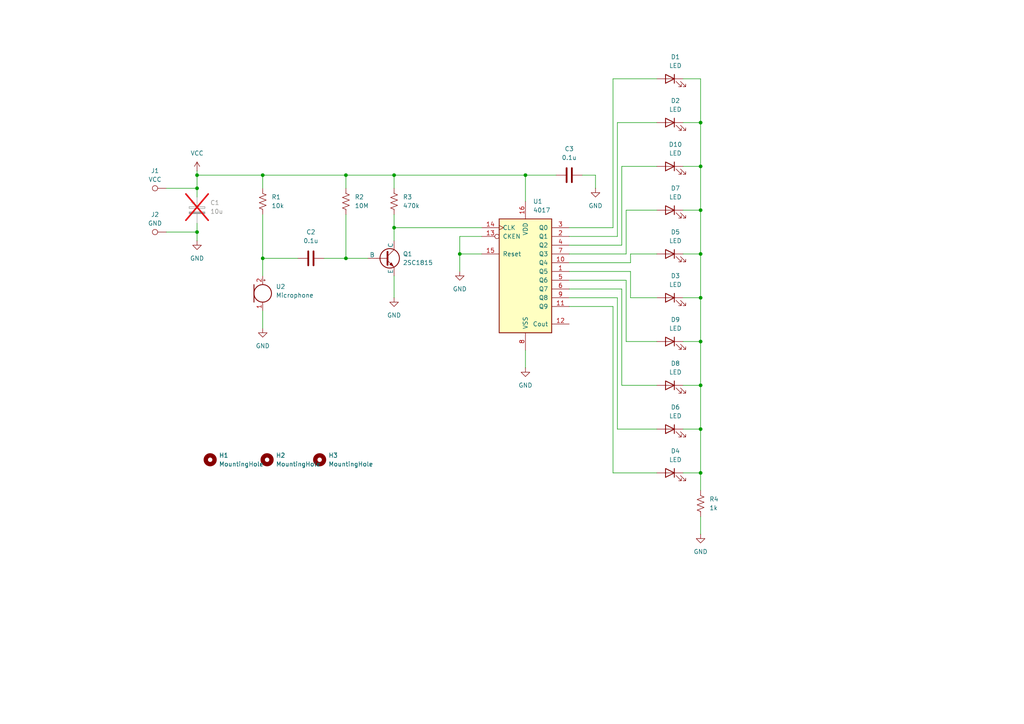
<source format=kicad_sch>
(kicad_sch (version 20231120) (generator "eeschema") (generator_version "8.0")
  (paper "A4")
  (lib_symbols
    (symbol "4xxx:4017" (pin_names (offset 1.016))
      (property "Reference" "U" (at -7.62 16.51 0))
      (property "Value" "4017" (at -7.62 -19.05 0))
      (symbol "4017_1_0"
        (pin output line (at 12.7 0 180) (length 5.08) (name "Q5") (number "1"))
        (pin output line (at 12.7 2.54 180) (length 5.08) (name "Q4") (number "10"))
        (pin output line (at 12.7 -10.16 180) (length 5.08) (name "Q9") (number "11"))
        (pin output line (at 12.7 -15.24 180) (length 5.08) (name "Cout") (number "12"))
        (pin input inverted (at -12.7 10.16 0) (length 5.08) (name "CKEN") (number "13"))
        (pin input clock (at -12.7 12.7 0) (length 5.08) (name "CLK") (number "14"))
        (pin input line (at -12.7 5.08 0) (length 5.08) (name "Reset") (number "15"))
        (pin power_in line (at 0 20.32 270) (length 5.08) (name "VDD") (number "16"))
        (pin output line (at 12.7 10.16 180) (length 5.08) (name "Q1") (number "2"))
        (pin output line (at 12.7 12.7 180) (length 5.08) (name "Q0") (number "3"))
        (pin output line (at 12.7 7.62 180) (length 5.08) (name "Q2") (number "4"))
        (pin output line (at 12.7 -2.54 180) (length 5.08) (name "Q6") (number "5"))
        (pin output line (at 12.7 -5.08 180) (length 5.08) (name "Q7") (number "6"))
        (pin output line (at 12.7 5.08 180) (length 5.08) (name "Q3") (number "7"))
        (pin power_in line (at 0 -22.86 90) (length 5.08) (name "VSS") (number "8"))
        (pin output line (at 12.7 -7.62 180) (length 5.08) (name "Q8") (number "9"))
      )
      (symbol "4017_1_1"
        (rectangle (start -7.62 15.24) (end 7.62 -17.78) (stroke (width 0.254)) (fill (type background)))
      )
    )
    (symbol "Connector:TestPoint" (pin_numbers hide) (pin_names (offset 0.762) hide)
      (property "Reference" "TP" (at 0 6.858 0))
      (property "Value" "TestPoint" (at 0 5.08 0))
      (symbol "TestPoint_0_1"
        (circle (center 0 3.302) (radius 0.762))
      )
      (symbol "TestPoint_1_1"
        (pin passive line (at 0 0 90) (length 2.54) (name "1") (number "1"))
      )
    )
    (symbol "Device:C" (pin_numbers hide) (pin_names (offset 0.254))
      (property "Reference" "C" (at 0.635 2.54 0))
      (property "Value" "C" (at 0.635 -2.54 0))
      (symbol "C_0_1"
        (polyline (pts (xy -2.032 -0.762) (xy 2.032 -0.762)) (stroke (width 0.508)))
        (polyline (pts (xy -2.032 0.762) (xy 2.032 0.762)) (stroke (width 0.508)))
      )
      (symbol "C_1_1"
        (pin passive line (at 0 3.81 270) (length 2.794) (name "~") (number "1"))
        (pin passive line (at 0 -3.81 90) (length 2.794) (name "~") (number "2"))
      )
    )
    (symbol "Device:C_Polarized" (pin_numbers hide) (pin_names (offset 0.254))
      (property "Reference" "C" (at 0.635 2.54 0))
      (property "Value" "C_Polarized" (at 0.635 -2.54 0))
      (symbol "C_Polarized_0_1"
        (rectangle (start -2.286 0.508) (end 2.286 1.016))
        (polyline (pts (xy -1.778 2.286) (xy -0.762 2.286)))
        (polyline (pts (xy -1.27 2.794) (xy -1.27 1.778)))
        (rectangle (start 2.286 -0.508) (end -2.286 -1.016) (fill (type outline)))
      )
      (symbol "C_Polarized_1_1"
        (pin passive line (at 0 3.81 270) (length 2.794) (name "~") (number "1"))
        (pin passive line (at 0 -3.81 90) (length 2.794) (name "~") (number "2"))
      )
    )
    (symbol "Device:LED" (pin_numbers hide) (pin_names (offset 1.016) hide)
      (property "Reference" "D" (at 0 2.54 0))
      (property "Value" "LED" (at 0 -2.54 0))
      (symbol "LED_0_1"
        (polyline (pts (xy -1.27 -1.27) (xy -1.27 1.27)) (stroke (width 0.254)))
        (polyline (pts (xy -1.27 0) (xy 1.27 0)))
        (polyline (pts (xy 1.27 -1.27) (xy 1.27 1.27) (xy -1.27 0) (xy 1.27 -1.27)) (stroke (width 0.254)))
        (polyline (pts (xy -3.048 -0.762) (xy -4.572 -2.286) (xy -3.81 -2.286) (xy -4.572 -2.286) (xy -4.572 -1.524)))
        (polyline (pts (xy -1.778 -0.762) (xy -3.302 -2.286) (xy -2.54 -2.286) (xy -3.302 -2.286) (xy -3.302 -1.524)))
      )
      (symbol "LED_1_1"
        (pin passive line (at -3.81 0 0) (length 2.54) (name "K") (number "1"))
        (pin passive line (at 3.81 0 180) (length 2.54) (name "A") (number "2"))
      )
    )
    (symbol "Device:Microphone" (pin_names (offset 0.0254) hide)
      (property "Reference" "MK" (at -3.81 1.27 0))
      (property "Value" "Microphone" (at -3.81 -0.635 0))
      (symbol "Microphone_0_1"
        (polyline (pts (xy -2.54 2.54) (xy -2.54 -2.54)) (stroke (width 0.254)))
        (polyline (pts (xy 0.254 3.81) (xy 0.762 3.81)))
        (polyline (pts (xy 0.508 4.064) (xy 0.508 3.556)))
        (circle (center 0 0) (radius 2.54) (stroke (width 0.254)))
      )
      (symbol "Microphone_1_1"
        (pin passive line (at 0 -5.08 90) (length 2.54) (name "-") (number "1"))
        (pin passive line (at 0 5.08 270) (length 2.54) (name "+") (number "2"))
      )
    )
    (symbol "Device:R_US" (pin_numbers hide) (pin_names (offset 0))
      (property "Reference" "R" (at 2.54 0 90))
      (property "Value" "R_US" (at -2.54 0 90))
      (symbol "R_US_0_1"
        (polyline (pts (xy 0 -2.286) (xy 0 -2.54)))
        (polyline (pts (xy 0 2.286) (xy 0 2.54)))
        (polyline (pts (xy 0 -0.762) (xy 1.016 -1.143) (xy 0 -1.524) (xy -1.016 -1.905) (xy 0 -2.286)))
        (polyline (pts (xy 0 0.762) (xy 1.016 0.381) (xy 0 0) (xy -1.016 -0.381) (xy 0 -0.762)))
        (polyline (pts (xy 0 2.286) (xy 1.016 1.905) (xy 0 1.524) (xy -1.016 1.143) (xy 0 0.762)))
      )
      (symbol "R_US_1_1"
        (pin passive line (at 0 3.81 270) (length 1.27) (name "~") (number "1"))
        (pin passive line (at 0 -3.81 90) (length 1.27) (name "~") (number "2"))
      )
    )
    (symbol "Mechanical:MountingHole" (pin_names (offset 1.016)) (exclude_from_sim yes) (in_bom no)
      (property "Reference" "H" (at 0 5.08 0))
      (property "Value" "MountingHole" (at 0 3.175 0))
      (symbol "MountingHole_0_1"
        (circle (center 0 0) (radius 1.27) (stroke (width 1.27)))
      )
    )
    (symbol "Simulation_SPICE:NPN" (pin_numbers hide) (pin_names (offset 0))
      (property "Reference" "Q1" (at 5.08 1.2701 0))
      (property "Value" "2SC1815" (at 5.08 -1.2699 0))
      (symbol "NPN_0_1"
        (polyline (pts (xy -2.54 0) (xy 0.635 0)) (stroke (width 0.1524)))
        (polyline (pts (xy 0.635 0.635) (xy 2.54 2.54)))
        (polyline (pts (xy 2.794 -1.27) (xy 2.794 -1.27)) (stroke (width 0.1524)))
        (polyline (pts (xy 2.794 -1.27) (xy 2.794 -1.27)) (stroke (width 0.1524)))
        (polyline (pts (xy 0.635 -0.635) (xy 2.54 -2.54) (xy 2.54 -2.54)))
        (polyline (pts (xy 0.635 1.905) (xy 0.635 -1.905) (xy 0.635 -1.905)) (stroke (width 0.508)))
        (polyline (pts (xy 1.27 -1.778) (xy 1.778 -1.27) (xy 2.286 -2.286) (xy 1.27 -1.778) (xy 1.27 -1.778)) (fill (type outline)))
        (circle (center 1.27 0) (radius 2.8194) (stroke (width 0.254)))
      )
      (symbol "NPN_1_1"
        (pin open_emitter line (at 2.54 -5.08 90) (length 2.54) (name "E") (number "1"))
        (pin open_collector line (at 2.54 5.08 270) (length 2.54) (name "C") (number "2"))
        (pin input line (at -5.08 0 0) (length 2.54) (name "B") (number "3"))
      )
    )
    (symbol "power:GND" (power) (pin_numbers hide) (pin_names (offset 0) hide)
      (property "Value" "GND" (at 0 -3.81 0))
      (symbol "GND_0_1"
        (polyline (pts (xy 0 0) (xy 0 -1.27) (xy 1.27 -1.27) (xy 0 -2.54) (xy -1.27 -1.27) (xy 0 -1.27)))
      )
      (symbol "GND_1_1"
        (pin power_in line (at 0 0 270) (length 0) (name "~") (number "1"))
      )
    )
    (symbol "power:VCC" (power) (pin_numbers hide) (pin_names (offset 0) hide)
      (property "Value" "VCC" (at 0 3.556 0))
      (symbol "VCC_0_1"
        (polyline (pts (xy -0.762 1.27) (xy 0 2.54)))
        (polyline (pts (xy 0 0) (xy 0 2.54)))
        (polyline (pts (xy 0 2.54) (xy 0.762 1.27)))
      )
      (symbol "VCC_1_1"
        (pin power_in line (at 0 0 90) (length 0) (name "~") (number "1"))
      )
    )
  )
  (junction (at 57.15 54.61))
  (junction (at 76.2 74.93))
  (junction (at 203.2 111.76))
  (junction (at 203.2 137.16))
  (junction (at 203.2 73.66))
  (junction (at 203.2 35.56))
  (junction (at 203.2 60.96))
  (junction (at 133.35 73.66))
  (junction (at 114.3 66.04))
  (junction (at 152.4 50.8))
  (junction (at 100.33 74.93))
  (junction (at 203.2 48.26))
  (junction (at 57.15 50.8))
  (junction (at 203.2 99.06))
  (junction (at 203.2 124.46))
  (junction (at 57.15 67.31))
  (junction (at 76.2 50.8))
  (junction (at 100.33 50.8))
  (junction (at 203.2 86.36))
  (junction (at 114.3 50.8))
  (wire (pts (xy 177.8 137.16) (xy 190.5 137.16)))
  (wire (pts (xy 203.2 35.56) (xy 203.2 48.26)))
  (wire (pts (xy 114.3 50.8) (xy 152.4 50.8)))
  (wire (pts (xy 181.61 60.96) (xy 181.61 73.66)))
  (wire (pts (xy 165.1 66.04) (xy 177.8 66.04)))
  (wire (pts (xy 198.12 35.56) (xy 203.2 35.56)))
  (wire (pts (xy 177.8 22.86) (xy 190.5 22.86)))
  (wire (pts (xy 152.4 50.8) (xy 152.4 58.42)))
  (wire (pts (xy 177.8 88.9) (xy 177.8 137.16)))
  (wire (pts (xy 203.2 22.86) (xy 203.2 35.56)))
  (wire (pts (xy 152.4 101.6) (xy 152.4 106.68)))
  (wire (pts (xy 76.2 74.93) (xy 76.2 80.01)))
  (wire (pts (xy 190.5 60.96) (xy 181.61 60.96)))
  (wire (pts (xy 114.3 54.61) (xy 114.3 50.8)))
  (wire (pts (xy 57.15 64.77) (xy 57.15 67.31)))
  (wire (pts (xy 198.12 60.96) (xy 203.2 60.96)))
  (wire (pts (xy 180.34 83.82) (xy 180.34 111.76)))
  (wire (pts (xy 165.1 83.82) (xy 180.34 83.82)))
  (wire (pts (xy 165.1 71.12) (xy 180.34 71.12)))
  (wire (pts (xy 57.15 50.8) (xy 57.15 54.61)))
  (wire (pts (xy 198.12 73.66) (xy 203.2 73.66)))
  (wire (pts (xy 139.7 68.58) (xy 133.35 68.58)))
  (wire (pts (xy 177.8 66.04) (xy 177.8 22.86)))
  (wire (pts (xy 76.2 50.8) (xy 76.2 54.61)))
  (wire (pts (xy 133.35 68.58) (xy 133.35 73.66)))
  (wire (pts (xy 182.88 73.66) (xy 190.5 73.66)))
  (wire (pts (xy 203.2 48.26) (xy 203.2 60.96)))
  (wire (pts (xy 93.98 74.93) (xy 100.33 74.93)))
  (wire (pts (xy 100.33 62.23) (xy 100.33 74.93)))
  (wire (pts (xy 203.2 60.96) (xy 203.2 73.66)))
  (wire (pts (xy 181.61 81.28) (xy 165.1 81.28)))
  (wire (pts (xy 203.2 99.06) (xy 203.2 111.76)))
  (wire (pts (xy 181.61 99.06) (xy 181.61 81.28)))
  (wire (pts (xy 179.07 124.46) (xy 179.07 86.36)))
  (wire (pts (xy 203.2 111.76) (xy 203.2 124.46)))
  (wire (pts (xy 203.2 86.36) (xy 203.2 99.06)))
  (wire (pts (xy 48.26 67.31) (xy 57.15 67.31)))
  (wire (pts (xy 161.29 50.8) (xy 152.4 50.8)))
  (wire (pts (xy 198.12 99.06) (xy 203.2 99.06)))
  (wire (pts (xy 165.1 88.9) (xy 177.8 88.9)))
  (wire (pts (xy 179.07 35.56) (xy 179.07 68.58)))
  (wire (pts (xy 198.12 137.16) (xy 203.2 137.16)))
  (wire (pts (xy 76.2 62.23) (xy 76.2 74.93)))
  (wire (pts (xy 165.1 76.2) (xy 182.88 76.2)))
  (wire (pts (xy 182.88 78.74) (xy 182.88 86.36)))
  (wire (pts (xy 198.12 86.36) (xy 203.2 86.36)))
  (wire (pts (xy 100.33 74.93) (xy 106.68 74.93)))
  (wire (pts (xy 180.34 48.26) (xy 190.5 48.26)))
  (wire (pts (xy 168.91 50.8) (xy 172.72 50.8)))
  (wire (pts (xy 181.61 73.66) (xy 165.1 73.66)))
  (wire (pts (xy 179.07 68.58) (xy 165.1 68.58)))
  (wire (pts (xy 57.15 49.53) (xy 57.15 50.8)))
  (wire (pts (xy 198.12 48.26) (xy 203.2 48.26)))
  (wire (pts (xy 100.33 50.8) (xy 100.33 54.61)))
  (wire (pts (xy 203.2 124.46) (xy 203.2 137.16)))
  (wire (pts (xy 114.3 66.04) (xy 139.7 66.04)))
  (wire (pts (xy 76.2 50.8) (xy 57.15 50.8)))
  (wire (pts (xy 203.2 149.86) (xy 203.2 154.94)))
  (wire (pts (xy 180.34 111.76) (xy 190.5 111.76)))
  (wire (pts (xy 182.88 86.36) (xy 190.5 86.36)))
  (wire (pts (xy 190.5 35.56) (xy 179.07 35.56)))
  (wire (pts (xy 203.2 73.66) (xy 203.2 86.36)))
  (wire (pts (xy 172.72 50.8) (xy 172.72 54.61)))
  (wire (pts (xy 180.34 71.12) (xy 180.34 48.26)))
  (wire (pts (xy 100.33 50.8) (xy 76.2 50.8)))
  (wire (pts (xy 133.35 73.66) (xy 139.7 73.66)))
  (wire (pts (xy 133.35 73.66) (xy 133.35 78.74)))
  (wire (pts (xy 86.36 74.93) (xy 76.2 74.93)))
  (wire (pts (xy 76.2 90.17) (xy 76.2 95.25)))
  (wire (pts (xy 203.2 137.16) (xy 203.2 142.24)))
  (wire (pts (xy 114.3 62.23) (xy 114.3 66.04)))
  (wire (pts (xy 190.5 99.06) (xy 181.61 99.06)))
  (wire (pts (xy 182.88 73.66) (xy 182.88 76.2)))
  (wire (pts (xy 114.3 50.8) (xy 100.33 50.8)))
  (wire (pts (xy 190.5 124.46) (xy 179.07 124.46)))
  (wire (pts (xy 57.15 67.31) (xy 57.15 69.85)))
  (wire (pts (xy 198.12 111.76) (xy 203.2 111.76)))
  (wire (pts (xy 48.26 54.61) (xy 57.15 54.61)))
  (wire (pts (xy 114.3 80.01) (xy 114.3 86.36)))
  (wire (pts (xy 198.12 22.86) (xy 203.2 22.86)))
  (wire (pts (xy 57.15 54.61) (xy 57.15 57.15)))
  (wire (pts (xy 114.3 66.04) (xy 114.3 69.85)))
  (wire (pts (xy 165.1 78.74) (xy 182.88 78.74)))
  (wire (pts (xy 179.07 86.36) (xy 165.1 86.36)))
  (wire (pts (xy 198.12 124.46) (xy 203.2 124.46)))
  (symbol (lib_id "Device:C_Polarized") (at 57.15 60.96 0) (unit 1) (dnp yes)
    (property "Reference" "C1" (at 60.96 58.8009 0) (effects (justify left)))
    (property "Value" "10u" (at 60.96 61.3409 0) (effects (justify left)))
    (property "Footprint" "Library:CP_D5.0mm_L11mm_P2.00mm_horiz" (effects (hide yes)))
    (property "Description" "Polarized capacitor" (effects (hide yes)))
  )
  (symbol (lib_id "Mechanical:MountingHole") (at 92.71 133.35 0) (unit 1) (exclude_from_sim yes) (in_bom no)
    (property "Reference" "H3" (at 95.25 132.0799 0) (effects (justify left)))
    (property "Value" "MountingHole" (at 95.25 134.6199 0) (effects (justify left)))
    (property "Footprint" "MountingHole:MountingHole_2.7mm_M2.5" (effects (hide yes)))
    (property "Description" "Mounting Hole without connection" (effects (hide yes)))
  )
  (symbol (lib_id "Device:LED") (at 194.31 73.66 0) (mirror y) (unit 1)
    (property "Reference" "D5" (at 195.8975 67.31 0))
    (property "Value" "LED" (at 195.8975 69.85 0))
    (property "Footprint" "Library:LED_D5.0mm_RS" (effects (hide yes)))
    (property "Description" "Light emitting diode" (effects (hide yes)))
  )
  (symbol (lib_id "Mechanical:MountingHole") (at 60.96 133.35 0) (unit 1) (exclude_from_sim yes) (in_bom no)
    (property "Reference" "H1" (at 63.5 132.0799 0) (effects (justify left)))
    (property "Value" "MountingHole" (at 63.5 134.6199 0) (effects (justify left)))
    (property "Footprint" "MountingHole:MountingHole_2.7mm_M2.5" (effects (hide yes)))
    (property "Description" "Mounting Hole without connection" (effects (hide yes)))
  )
  (symbol (lib_id "Device:LED") (at 194.31 99.06 0) (mirror y) (unit 1)
    (property "Reference" "D9" (at 195.8975 92.71 0))
    (property "Value" "LED" (at 195.8975 95.25 0))
    (property "Footprint" "Library:LED_D5.0mm_RS" (effects (hide yes)))
    (property "Description" "Light emitting diode" (effects (hide yes)))
  )
  (symbol (lib_id "Simulation_SPICE:NPN") (at 111.76 74.93 0) (unit 1)
    (property "Reference" "Q1" (at 116.84 73.6599 0) (effects (justify left)))
    (property "Value" "2SC1815" (at 116.84 76.1999 0) (effects (justify left)))
    (property "Footprint" "Library:TO-92L_Inline_round" (effects (hide yes)))
    (property "Description" "Bipolar transistor symbol for simulation only, substrate tied to the emitter" (effects (hide yes)))
    (property "Sim.Device" "NPN" (effects (hide yes)))
    (property "Sim.Type" "GUMMELPOON" (effects (hide yes)))
    (property "Sim.Pins" "1=C 2=B 3=E" (effects (hide yes)))
  )
  (symbol (lib_id "Device:Microphone") (at 76.2 85.09 0) (unit 1)
    (property "Reference" "U2" (at 80.01 83.1214 0) (effects (justify left)))
    (property "Value" "Microphone" (at 80.01 85.6614 0) (effects (justify left)))
    (property "Footprint" "Library:ECM-D9.7_P2.5" (effects (hide yes)))
    (property "Description" "Microphone" (effects (hide yes)))
  )
  (symbol (lib_id "power:VCC") (at 57.15 49.53 0) (unit 1)
    (property "Reference" "#PWR08" (effects (hide yes)))
    (property "Value" "VCC" (at 57.15 44.45 0))
    (property "Description" "Power symbol creates a global label with name \"VCC\"" (effects (hide yes)))
  )
  (symbol (lib_id "power:GND") (at 203.2 154.94 0) (unit 1)
    (property "Reference" "#PWR01" (effects (hide yes)))
    (property "Value" "GND" (at 203.2 160.02 0))
    (property "Description" "Power symbol creates a global label with name \"GND\" , ground" (effects (hide yes)))
  )
  (symbol (lib_id "power:GND") (at 172.72 54.61 0) (unit 1)
    (property "Reference" "#PWR07" (effects (hide yes)))
    (property "Value" "GND" (at 172.72 59.69 0))
    (property "Description" "Power symbol creates a global label with name \"GND\" , ground" (effects (hide yes)))
  )
  (symbol (lib_id "Device:LED") (at 194.31 48.26 0) (mirror y) (unit 1)
    (property "Reference" "D10" (at 195.8975 41.91 0))
    (property "Value" "LED" (at 195.8975 44.45 0))
    (property "Footprint" "Library:LED_D5.0mm_RS" (effects (hide yes)))
    (property "Description" "Light emitting diode" (effects (hide yes)))
  )
  (symbol (lib_id "power:GND") (at 114.3 86.36 0) (unit 1)
    (property "Reference" "#PWR04" (effects (hide yes)))
    (property "Value" "GND" (at 114.3 91.44 0))
    (property "Description" "Power symbol creates a global label with name \"GND\" , ground" (effects (hide yes)))
  )
  (symbol (lib_id "Device:LED") (at 194.31 86.36 0) (mirror y) (unit 1)
    (property "Reference" "D3" (at 195.8975 80.01 0))
    (property "Value" "LED" (at 195.8975 82.55 0))
    (property "Footprint" "Library:LED_D5.0mm_RS" (effects (hide yes)))
    (property "Description" "Light emitting diode" (effects (hide yes)))
  )
  (symbol (lib_id "Device:LED") (at 194.31 111.76 0) (mirror y) (unit 1)
    (property "Reference" "D8" (at 195.8975 105.41 0))
    (property "Value" "LED" (at 195.8975 107.95 0))
    (property "Footprint" "Library:LED_D5.0mm_RS" (effects (hide yes)))
    (property "Description" "Light emitting diode" (effects (hide yes)))
  )
  (symbol (lib_id "Mechanical:MountingHole") (at 77.47 133.35 0) (unit 1) (exclude_from_sim yes) (in_bom no)
    (property "Reference" "H2" (at 80.01 132.0799 0) (effects (justify left)))
    (property "Value" "MountingHole" (at 80.01 134.6199 0) (effects (justify left)))
    (property "Footprint" "MountingHole:MountingHole_2.7mm_M2.5" (effects (hide yes)))
    (property "Description" "Mounting Hole without connection" (effects (hide yes)))
  )
  (symbol (lib_id "Connector:TestPoint") (at 48.26 54.61 90) (unit 1)
    (property "Reference" "J1" (at 44.958 49.53 90))
    (property "Value" "VCC" (at 44.958 52.07 90))
    (property "Footprint" "TestPoint:TestPoint_Loop_D1.80mm_Drill1.0mm_Beaded" (effects (hide yes)))
    (property "Description" "test point" (effects (hide yes)))
  )
  (symbol (lib_id "4xxx:4017") (at 152.4 78.74 0) (unit 1)
    (property "Reference" "U1" (at 154.5941 58.42 0) (effects (justify left)))
    (property "Value" "4017" (at 154.5941 60.96 0) (effects (justify left)))
    (property "Footprint" "Package_DIP:DIP-16_W7.62mm_Socket_LongPads" (effects (hide yes)))
    (property "Description" "Johnson Counter ( 10 outputs )" (effects (hide yes)))
  )
  (symbol (lib_id "Device:LED") (at 194.31 22.86 0) (mirror y) (unit 1)
    (property "Reference" "D1" (at 195.8975 16.51 0))
    (property "Value" "LED" (at 195.8975 19.05 0))
    (property "Footprint" "Library:LED_D5.0mm_RS" (effects (hide yes)))
    (property "Description" "Light emitting diode" (effects (hide yes)))
  )
  (symbol (lib_id "power:GND") (at 57.15 69.85 0) (unit 1)
    (property "Reference" "#PWR06" (effects (hide yes)))
    (property "Value" "GND" (at 57.15 74.93 0))
    (property "Description" "Power symbol creates a global label with name \"GND\" , ground" (effects (hide yes)))
  )
  (symbol (lib_id "power:GND") (at 152.4 106.68 0) (unit 1)
    (property "Reference" "#PWR02" (effects (hide yes)))
    (property "Value" "GND" (at 152.4 111.76 0))
    (property "Description" "Power symbol creates a global label with name \"GND\" , ground" (effects (hide yes)))
  )
  (symbol (lib_id "Device:LED") (at 194.31 35.56 0) (mirror y) (unit 1)
    (property "Reference" "D2" (at 195.8975 29.21 0))
    (property "Value" "LED" (at 195.8975 31.75 0))
    (property "Footprint" "Library:LED_D5.0mm_RS" (effects (hide yes)))
    (property "Description" "Light emitting diode" (effects (hide yes)))
  )
  (symbol (lib_id "Device:C") (at 165.1 50.8 90) (unit 1)
    (property "Reference" "C3" (at 165.1 43.18 90))
    (property "Value" "0.1u" (at 165.1 45.72 90))
    (property "Footprint" "Capacitor_THT:C_Disc_D4.3mm_W1.9mm_P5.00mm" (effects (hide yes)))
    (property "Description" "Unpolarized capacitor" (effects (hide yes)))
  )
  (symbol (lib_id "power:GND") (at 133.35 78.74 0) (unit 1)
    (property "Reference" "#PWR03" (effects (hide yes)))
    (property "Value" "GND" (at 133.35 83.82 0))
    (property "Description" "Power symbol creates a global label with name \"GND\" , ground" (effects (hide yes)))
  )
  (symbol (lib_id "Device:LED") (at 194.31 124.46 0) (mirror y) (unit 1)
    (property "Reference" "D6" (at 195.8975 118.11 0))
    (property "Value" "LED" (at 195.8975 120.65 0))
    (property "Footprint" "Library:LED_D5.0mm_RS" (effects (hide yes)))
    (property "Description" "Light emitting diode" (effects (hide yes)))
  )
  (symbol (lib_id "power:GND") (at 76.2 95.25 0) (unit 1)
    (property "Reference" "#PWR05" (effects (hide yes)))
    (property "Value" "GND" (at 76.2 100.33 0))
    (property "Description" "Power symbol creates a global label with name \"GND\" , ground" (effects (hide yes)))
  )
  (symbol (lib_id "Device:LED") (at 194.31 60.96 0) (mirror y) (unit 1)
    (property "Reference" "D7" (at 195.8975 54.61 0))
    (property "Value" "LED" (at 195.8975 57.15 0))
    (property "Footprint" "Library:LED_D5.0mm_RS" (effects (hide yes)))
    (property "Description" "Light emitting diode" (effects (hide yes)))
  )
  (symbol (lib_id "Connector:TestPoint") (at 48.26 67.31 90) (unit 1)
    (property "Reference" "J2" (at 44.958 62.23 90))
    (property "Value" "GND" (at 44.958 64.77 90))
    (property "Footprint" "TestPoint:TestPoint_Loop_D1.80mm_Drill1.0mm_Beaded" (effects (hide yes)))
    (property "Description" "test point" (effects (hide yes)))
  )
  (symbol (lib_id "Device:R_US") (at 76.2 58.42 0) (unit 1)
    (property "Reference" "R1" (at 78.74 57.1499 0) (effects (justify left)))
    (property "Value" "10k" (at 78.74 59.6899 0) (effects (justify left)))
    (property "Footprint" "Resistor_THT:R_Axial_DIN0204_L3.6mm_D1.6mm_P7.62mm_Horizontal" (effects (hide yes)))
    (property "Description" "Resistor, US symbol" (effects (hide yes)))
  )
  (symbol (lib_id "Device:R_US") (at 100.33 58.42 0) (unit 1)
    (property "Reference" "R2" (at 102.87 57.1499 0) (effects (justify left)))
    (property "Value" "10M" (at 102.87 59.6899 0) (effects (justify left)))
    (property "Footprint" "Resistor_THT:R_Axial_DIN0204_L3.6mm_D1.6mm_P7.62mm_Horizontal" (effects (hide yes)))
    (property "Description" "Resistor, US symbol" (effects (hide yes)))
  )
  (symbol (lib_id "Device:C") (at 90.17 74.93 90) (unit 1)
    (property "Reference" "C2" (at 90.17 67.31 90))
    (property "Value" "0.1u" (at 90.17 69.85 90))
    (property "Footprint" "Library:CP_D5.0mm_L11mm_P2.00mm_horiz" (effects (hide yes)))
    (property "Description" "Unpolarized capacitor" (effects (hide yes)))
  )
  (symbol (lib_id "Device:R_US") (at 114.3 58.42 0) (unit 1)
    (property "Reference" "R3" (at 116.84 57.1499 0) (effects (justify left)))
    (property "Value" "470k" (at 116.84 59.6899 0) (effects (justify left)))
    (property "Footprint" "Resistor_THT:R_Axial_DIN0204_L3.6mm_D1.6mm_P7.62mm_Horizontal" (effects (hide yes)))
    (property "Description" "Resistor, US symbol" (effects (hide yes)))
  )
  (symbol (lib_id "Device:R_US") (at 203.2 146.05 0) (unit 1)
    (property "Reference" "R4" (at 205.74 144.7799 0) (effects (justify left)))
    (property "Value" "1k" (at 205.74 147.3199 0) (effects (justify left)))
    (property "Footprint" "Resistor_THT:R_Axial_DIN0204_L3.6mm_D1.6mm_P7.62mm_Horizontal" (effects (hide yes)))
    (property "Description" "Resistor, US symbol" (effects (hide yes)))
  )
  (symbol (lib_id "Device:LED") (at 194.31 137.16 0) (mirror y) (unit 1)
    (property "Reference" "D4" (at 195.8975 130.81 0))
    (property "Value" "LED" (at 195.8975 133.35 0))
    (property "Footprint" "Library:LED_D5.0mm_RS" (effects (hide yes)))
    (property "Description" "Light emitting diode" (effects (hide yes)))
  )
)
</source>
